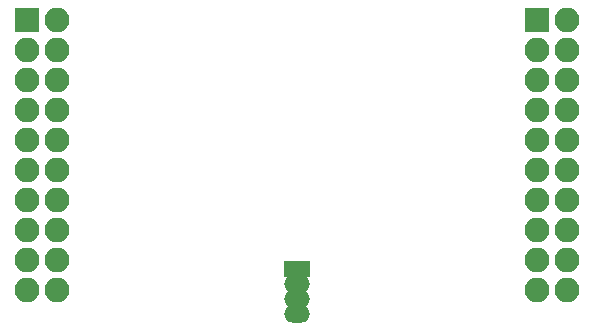
<source format=gbr>
G04 #@! TF.FileFunction,Soldermask,Bot*
%FSLAX46Y46*%
G04 Gerber Fmt 4.6, Leading zero omitted, Abs format (unit mm)*
G04 Created by KiCad (PCBNEW 4.0.7-e2-6376~58~ubuntu16.04.1) date Fri Sep  8 10:58:52 2017*
%MOMM*%
%LPD*%
G01*
G04 APERTURE LIST*
%ADD10C,0.100000*%
%ADD11R,2.200000X1.470000*%
%ADD12O,2.200000X1.470000*%
%ADD13R,2.100000X2.100000*%
%ADD14O,2.100000X2.100000*%
G04 APERTURE END LIST*
D10*
D11*
X149860000Y-112522000D03*
D12*
X149860000Y-113792000D03*
X149860000Y-115062000D03*
X149860000Y-116332000D03*
D13*
X127000000Y-91440000D03*
D14*
X129540000Y-91440000D03*
X127000000Y-93980000D03*
X129540000Y-93980000D03*
X127000000Y-96520000D03*
X129540000Y-96520000D03*
X127000000Y-99060000D03*
X129540000Y-99060000D03*
X127000000Y-101600000D03*
X129540000Y-101600000D03*
X127000000Y-104140000D03*
X129540000Y-104140000D03*
X127000000Y-106680000D03*
X129540000Y-106680000D03*
X127000000Y-109220000D03*
X129540000Y-109220000D03*
X127000000Y-111760000D03*
X129540000Y-111760000D03*
X127000000Y-114300000D03*
X129540000Y-114300000D03*
D13*
X170180000Y-91440000D03*
D14*
X172720000Y-91440000D03*
X170180000Y-93980000D03*
X172720000Y-93980000D03*
X170180000Y-96520000D03*
X172720000Y-96520000D03*
X170180000Y-99060000D03*
X172720000Y-99060000D03*
X170180000Y-101600000D03*
X172720000Y-101600000D03*
X170180000Y-104140000D03*
X172720000Y-104140000D03*
X170180000Y-106680000D03*
X172720000Y-106680000D03*
X170180000Y-109220000D03*
X172720000Y-109220000D03*
X170180000Y-111760000D03*
X172720000Y-111760000D03*
X170180000Y-114300000D03*
X172720000Y-114300000D03*
M02*

</source>
